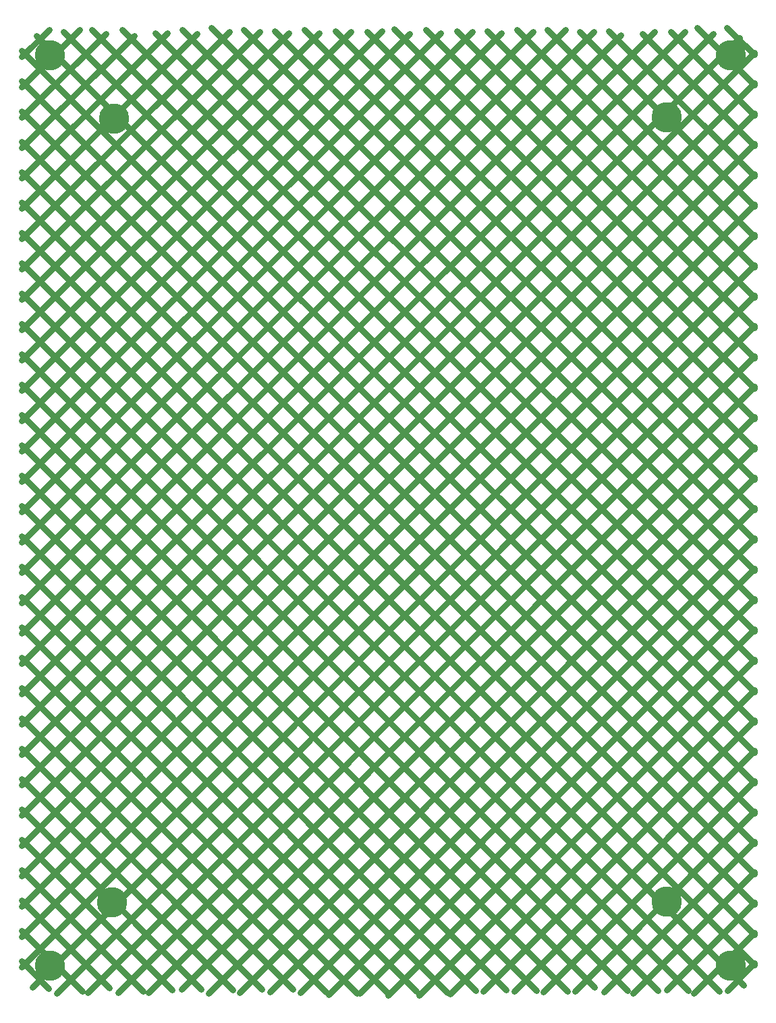
<source format=gbl>
G04*
G04 #@! TF.GenerationSoftware,Altium Limited,Altium Designer,21.0.8 (223)*
G04*
G04 Layer_Physical_Order=2*
G04 Layer_Color=16711680*
%FSLAX25Y25*%
%MOIN*%
G70*
G04*
G04 #@! TF.SameCoordinates,BE5F0130-CAB9-40B4-B503-F0A0EBAF52F2*
G04*
G04*
G04 #@! TF.FilePolarity,Positive*
G04*
G01*
G75*
%ADD12C,0.15000*%
%ADD13C,0.03000*%
D12*
X30500Y31300D02*
D03*
X304500Y31800D02*
D03*
X31500Y418800D02*
D03*
X304500Y419300D02*
D03*
X0Y0D02*
D03*
X336200D02*
D03*
Y450000D02*
D03*
X0D02*
D03*
D13*
X-13950Y434250D02*
X14500Y462700D01*
X-13950Y449250D02*
X-450Y462750D01*
X-13950Y419250D02*
X27500Y460700D01*
X-13950Y254250D02*
X193000Y461200D01*
X-13950Y239250D02*
X208500Y461700D01*
X-13950Y224250D02*
X223000Y461200D01*
X-13950Y209250D02*
X238500Y461700D01*
X-13950Y194250D02*
X254500Y462700D01*
X-13950Y179250D02*
X268550Y461750D01*
X-13950Y164250D02*
X282000Y460200D01*
X-13950Y149250D02*
X298500Y461700D01*
X-13950Y119250D02*
X327500Y460700D01*
X-13950Y104250D02*
X340550Y458750D01*
X-13950Y89250D02*
X348050Y451250D01*
X-13950Y134250D02*
X313500Y461700D01*
X-13950Y74250D02*
X348050Y436250D01*
X-13950Y14250D02*
X348050Y376250D01*
X-13950Y-750D02*
X348050Y361250D01*
X-8700Y-10500D02*
X348050Y346250D01*
X3300Y-13500D02*
X348050Y331250D01*
X18550Y-13250D02*
X348050Y316250D01*
X33550Y-13250D02*
X348050Y301250D01*
X48550Y-13250D02*
X348050Y286250D01*
X65050Y-11750D02*
X348050Y271250D01*
X78300Y-13500D02*
X348050Y256250D01*
X93550Y-13250D02*
X348050Y241250D01*
X108800Y-13000D02*
X348050Y226250D01*
X123550Y-13250D02*
X348050Y211250D01*
X-13950Y59250D02*
X348050Y421250D01*
X-13950Y44250D02*
X348050Y406250D01*
X-13950Y29250D02*
X348050Y391250D01*
X334550Y-12250D02*
X348050Y1250D01*
X-13950Y404250D02*
X41500Y459700D01*
X-13950Y389250D02*
X58000Y461200D01*
X-13950Y374250D02*
X72500Y460700D01*
X-13950Y359250D02*
X88500Y461700D01*
X-13950Y344250D02*
X103500Y461700D01*
X-13950Y329250D02*
X118000Y461200D01*
X-13950Y299250D02*
X148500Y461700D01*
X-13950Y284250D02*
X164000Y462200D01*
X-13950Y269250D02*
X177500Y460700D01*
X-13950Y314250D02*
X133000Y461200D01*
X137550Y-14250D02*
X348050Y196250D01*
X153050Y-13750D02*
X348050Y181250D01*
X167050Y-14750D02*
X348050Y166250D01*
X182300Y-14500D02*
X348050Y151250D01*
X197800Y-14000D02*
X348050Y136250D01*
X214050Y-12750D02*
X348050Y121250D01*
X229300Y-12500D02*
X348050Y106250D01*
X243800Y-13000D02*
X348050Y91250D01*
X259300Y-12500D02*
X348050Y76250D01*
X273800Y-13000D02*
X348050Y61250D01*
X288050Y-13750D02*
X348050Y46250D01*
X318050Y-13750D02*
X348050Y16250D01*
X304800Y-12000D02*
X348050Y31250D01*
X306500Y461700D02*
X347950Y420250D01*
X334450Y463750D02*
X347950Y450250D01*
X319500Y463700D02*
X347950Y435250D01*
X-14050Y2250D02*
X-550Y-11250D01*
X-14050Y17250D02*
X15950Y-12750D01*
X-14050Y32250D02*
X29200Y-11000D01*
X-14050Y47250D02*
X45950Y-12750D01*
X-14050Y62250D02*
X60200Y-12000D01*
X-14050Y77250D02*
X74700Y-11500D01*
X-14050Y92250D02*
X90200Y-12000D01*
X-14050Y107250D02*
X104700Y-11500D01*
X-14050Y122250D02*
X119950Y-11750D01*
X-14050Y137250D02*
X136200Y-13000D01*
X-14050Y152250D02*
X151700Y-13500D01*
X-14050Y167250D02*
X166950Y-13750D01*
X-14050Y182250D02*
X180950Y-12750D01*
X-14050Y197250D02*
X196450Y-13250D01*
X-14050Y212250D02*
X210450Y-12250D01*
X-14050Y227250D02*
X225200Y-12000D01*
X-14050Y242250D02*
X240450Y-12250D01*
X-14050Y257250D02*
X255700Y-12500D01*
X-14050Y272250D02*
X268950Y-10750D01*
X-14050Y287250D02*
X285450Y-12250D01*
X-14050Y302250D02*
X300450Y-12250D01*
X-14050Y317250D02*
X315450Y-12250D01*
X-14050Y332250D02*
X330700Y-12500D01*
X-14050Y347250D02*
X342700Y-9500D01*
X-14050Y362250D02*
X347950Y250D01*
X-14050Y377250D02*
X347950Y15250D01*
X-14050Y392250D02*
X347950Y30250D01*
X-14050Y407250D02*
X347950Y45250D01*
X-14050Y422250D02*
X347950Y60250D01*
X-14050Y437250D02*
X347950Y75250D01*
X-14050Y452250D02*
X347950Y90250D01*
X-6550Y459750D02*
X347950Y105250D01*
X6500Y461700D02*
X347950Y120250D01*
X20500Y462700D02*
X347950Y135250D01*
X35500Y462700D02*
X347950Y150250D01*
X52000Y461200D02*
X347950Y165250D01*
X65450Y462750D02*
X347950Y180250D01*
X79500Y463700D02*
X347950Y195250D01*
X95500Y462700D02*
X347950Y210250D01*
X111000Y462200D02*
X347950Y225250D01*
X125500Y462700D02*
X347950Y240250D01*
X141000Y462200D02*
X347950Y255250D01*
X156500Y461700D02*
X347950Y270250D01*
X170000Y463200D02*
X347950Y285250D01*
X185500Y462700D02*
X347950Y300250D01*
X201000Y462200D02*
X347950Y315250D01*
X216000Y462200D02*
X347950Y330250D01*
X230500Y462700D02*
X347950Y345250D01*
X245500Y462700D02*
X347950Y360250D01*
X261500Y461700D02*
X347950Y375250D01*
X276000Y462200D02*
X347950Y390250D01*
X292500Y460700D02*
X347950Y405250D01*
M02*

</source>
